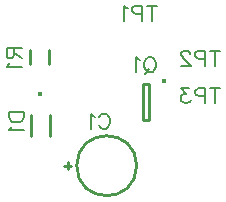
<source format=gbr>
G04 DipTrace 3.0.0.1*
G04 BottomSilk.gbr*
%MOIN*%
G04 #@! TF.FileFunction,Legend,Bot*
G04 #@! TF.Part,Single*
%ADD10C,0.009843*%
%ADD16C,0.015749*%
%ADD20C,0.015422*%
%ADD56C,0.00772*%
%FSLAX26Y26*%
G04*
G70*
G90*
G75*
G01*
G04 BotSilk*
%LPD*%
X332619Y-200680D2*
D10*
Y-224320D1*
X320800Y-212500D2*
X344413D1*
X362565D2*
G02X362565Y-212500I99965J0D01*
G01*
X209861Y-43982D2*
Y-114860D1*
X272856Y-43982D2*
Y-114860D1*
D16*
X241358Y24909D3*
D20*
X652209Y68349D3*
X602067Y59148D2*
D10*
Y-58957D1*
X582382D1*
Y59148D1*
X602067D1*
X268993Y124907D2*
Y172140D1*
X206007Y124907D2*
Y172140D1*
X437428Y-51215D2*
D56*
X439805Y-46462D1*
X444613Y-41654D1*
X449367Y-39277D1*
X458928D1*
X463737Y-41654D1*
X468490Y-46462D1*
X470922Y-51215D1*
X473298Y-58400D1*
Y-70394D1*
X470922Y-77523D1*
X468490Y-82332D1*
X463737Y-87085D1*
X458928Y-89517D1*
X449367D1*
X444613Y-87085D1*
X439805Y-82332D1*
X437428Y-77523D1*
X421989Y-48894D2*
X417181Y-46462D1*
X409996Y-39332D1*
Y-89517D1*
X136638Y-34196D2*
X186878D1*
Y-50942D1*
X184446Y-58127D1*
X179693Y-62936D1*
X174884Y-65312D1*
X167755Y-67689D1*
X155761D1*
X148576Y-65312D1*
X143823Y-62936D1*
X139014Y-58127D1*
X136638Y-50942D1*
Y-34196D1*
X146255Y-83128D2*
X143823Y-87937D1*
X136693Y-95122D1*
X186878D1*
X611597Y149274D2*
X616350Y146953D1*
X621159Y142144D1*
X623535Y137336D1*
X625967Y130151D1*
Y118213D1*
X623535Y111028D1*
X621159Y106275D1*
X616350Y101466D1*
X611597Y99090D1*
X602035D1*
X597227Y101466D1*
X592474Y106275D1*
X590097Y111028D1*
X587665Y118213D1*
Y130151D1*
X590097Y137336D1*
X592474Y142144D1*
X597227Y146953D1*
X602035Y149274D1*
X611597D1*
X604412Y108651D2*
X590097Y94281D1*
X572226Y139657D2*
X567418Y142089D1*
X560232Y149219D1*
Y99034D1*
X152776Y178987D2*
Y157487D1*
X150344Y150302D1*
X147967Y147870D1*
X143214Y145493D1*
X138406D1*
X133652Y147870D1*
X131220Y150302D1*
X128844Y157487D1*
Y178987D1*
X179084D1*
X152776Y162240D2*
X179084Y145493D1*
X138461Y130054D2*
X136029Y125246D1*
X128899Y118061D1*
X179084D1*
X613183Y321156D2*
Y270916D1*
X629929Y321156D2*
X596436D1*
X580997Y294848D2*
X559442D1*
X552312Y297224D1*
X549880Y299656D1*
X547503Y304409D1*
Y311595D1*
X549880Y316348D1*
X552312Y318780D1*
X559442Y321156D1*
X580997D1*
Y270916D1*
X532064Y311539D2*
X527256Y313971D1*
X520071Y321101D1*
Y270916D1*
X823933Y171156D2*
Y120916D1*
X840679Y171156D2*
X807186D1*
X791747Y144848D2*
X770192D1*
X763062Y147224D1*
X760630Y149656D1*
X758253Y154409D1*
Y161595D1*
X760630Y166348D1*
X763062Y168780D1*
X770192Y171156D1*
X791747D1*
Y120916D1*
X740382Y159163D2*
Y161539D1*
X738006Y166348D1*
X735629Y168724D1*
X730821Y171101D1*
X721259D1*
X716506Y168724D1*
X714129Y166348D1*
X711697Y161539D1*
Y156786D1*
X714129Y151978D1*
X718882Y144848D1*
X742814Y120916D1*
X709321D1*
X823933Y46156D2*
Y-4084D1*
X840679Y46156D2*
X807186D1*
X791747Y19848D2*
X770192D1*
X763062Y22224D1*
X760630Y24656D1*
X758253Y29409D1*
Y36595D1*
X760630Y41348D1*
X763062Y43780D1*
X770192Y46156D1*
X791747D1*
Y-4084D1*
X738006Y46101D2*
X711753D1*
X726067Y26978D1*
X718882D1*
X714129Y24601D1*
X711753Y22224D1*
X709321Y15039D1*
Y10286D1*
X711753Y3101D1*
X716506Y-1707D1*
X723691Y-4084D1*
X730876D1*
X738006Y-1707D1*
X740382Y725D1*
X742814Y5478D1*
M02*

</source>
